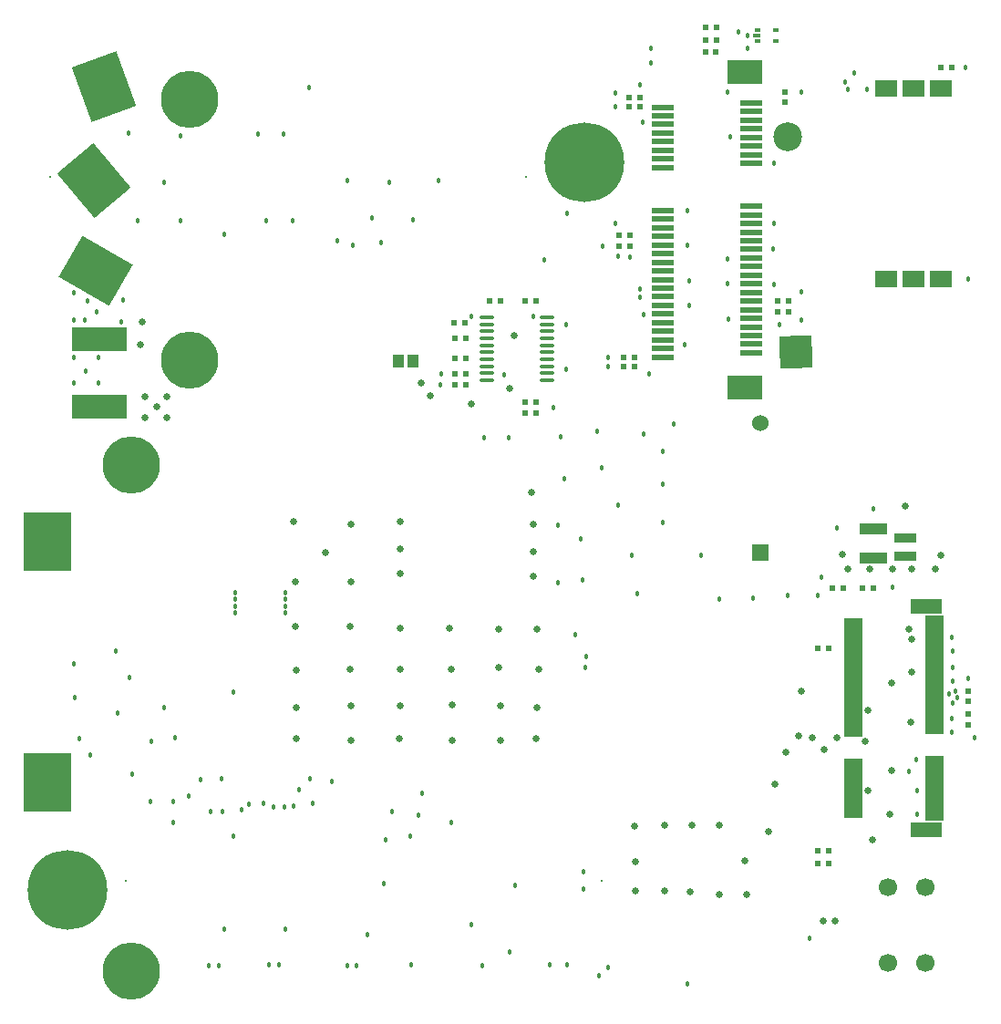
<source format=gbs>
G04 Layer_Color=16711935*
%FSLAX25Y25*%
%MOIN*%
G70*
G01*
G75*
%ADD12R,0.02362X0.02362*%
%ADD13R,0.02362X0.02362*%
%ADD14R,0.02362X0.01968*%
%ADD18O,0.05512X0.01378*%
%ADD20R,0.07874X0.03347*%
%ADD30R,0.03937X0.05118*%
%ADD38R,0.10236X0.04331*%
%ADD56P,0.16703X4X317.0*%
%ADD57C,0.10512*%
%ADD58R,0.06000X0.06000*%
%ADD59C,0.06000*%
%ADD60C,0.06693*%
%ADD61C,0.29134*%
%ADD62C,0.20866*%
%ADD63C,0.00787*%
%ADD64C,0.01800*%
%ADD65C,0.02600*%
%ADD79R,0.12598X0.09055*%
%ADD80R,0.07874X0.02362*%
%ADD81R,0.17323X0.21260*%
G04:AMPARAMS|DCode=82|XSize=212.6mil|YSize=173.23mil|CornerRadius=0mil|HoleSize=0mil|Usage=FLASHONLY|Rotation=110.000|XOffset=0mil|YOffset=0mil|HoleType=Round|Shape=Rectangle|*
%AMROTATEDRECTD82*
4,1,4,0.11775,-0.07026,-0.04503,-0.12951,-0.11775,0.07026,0.04503,0.12951,0.11775,-0.07026,0.0*
%
%ADD82ROTATEDRECTD82*%

G04:AMPARAMS|DCode=83|XSize=212.6mil|YSize=173.23mil|CornerRadius=0mil|HoleSize=0mil|Usage=FLASHONLY|Rotation=150.000|XOffset=0mil|YOffset=0mil|HoleType=Round|Shape=Rectangle|*
%AMROTATEDRECTD83*
4,1,4,0.13537,0.02186,0.04875,-0.12816,-0.13537,-0.02186,-0.04875,0.12816,0.13537,0.02186,0.0*
%
%ADD83ROTATEDRECTD83*%

G04:AMPARAMS|DCode=84|XSize=212.6mil|YSize=173.23mil|CornerRadius=0mil|HoleSize=0mil|Usage=FLASHONLY|Rotation=130.000|XOffset=0mil|YOffset=0mil|HoleType=Round|Shape=Rectangle|*
%AMROTATEDRECTD84*
4,1,4,0.13468,-0.02576,0.00198,-0.13710,-0.13468,0.02576,-0.00198,0.13710,0.13468,-0.02576,0.0*
%
%ADD84ROTATEDRECTD84*%

%ADD85R,0.07874X0.06299*%
%ADD86R,0.01968X0.01772*%
%ADD87R,0.02559X0.01181*%
%ADD88R,0.01968X0.01476*%
%ADD89R,0.20472X0.09055*%
%ADD105R,0.06902X0.01981*%
%ADD106R,0.11627X0.05524*%
D12*
X464000Y238032D02*
D03*
Y241968D02*
D03*
Y246532D02*
D03*
Y250468D02*
D03*
X306000Y352031D02*
D03*
Y355968D02*
D03*
X302000Y352031D02*
D03*
Y355968D02*
D03*
X397000Y469468D02*
D03*
Y465531D02*
D03*
D13*
X368000Y484000D02*
D03*
X371937D02*
D03*
X368032Y488500D02*
D03*
X371969D02*
D03*
X368032Y493000D02*
D03*
X371969D02*
D03*
X409031Y266000D02*
D03*
X412968D02*
D03*
X280469Y362500D02*
D03*
X276532D02*
D03*
X280469Y366500D02*
D03*
X276532D02*
D03*
X280469Y379500D02*
D03*
X276532D02*
D03*
X279969Y385000D02*
D03*
X276031D02*
D03*
X280469Y372000D02*
D03*
X276532D02*
D03*
D14*
X454032Y478500D02*
D03*
X457969D02*
D03*
X425531Y288000D02*
D03*
X429468D02*
D03*
X418469Y288000D02*
D03*
X414532D02*
D03*
X412968Y187500D02*
D03*
X409031D02*
D03*
X412968Y192000D02*
D03*
X409031D02*
D03*
X341968Y372500D02*
D03*
X338032D02*
D03*
X341968Y369000D02*
D03*
X338032D02*
D03*
X394531Y389000D02*
D03*
X398468D02*
D03*
X394531Y393000D02*
D03*
X398468D02*
D03*
X340469Y413000D02*
D03*
X336531D02*
D03*
X340469Y417000D02*
D03*
X336531D02*
D03*
X343969Y464000D02*
D03*
X340032D02*
D03*
X343969Y467500D02*
D03*
X340032D02*
D03*
X293000Y393000D02*
D03*
X289063D02*
D03*
X302031Y393000D02*
D03*
X305968D02*
D03*
D18*
X310024Y387016D02*
D03*
Y384457D02*
D03*
Y381898D02*
D03*
Y379339D02*
D03*
Y376780D02*
D03*
Y374220D02*
D03*
Y371661D02*
D03*
Y369102D02*
D03*
Y366543D02*
D03*
Y363984D02*
D03*
X287976Y387016D02*
D03*
Y384457D02*
D03*
Y381898D02*
D03*
Y379339D02*
D03*
Y376780D02*
D03*
Y374220D02*
D03*
Y371661D02*
D03*
Y369102D02*
D03*
Y366543D02*
D03*
Y363984D02*
D03*
D20*
X441000Y306248D02*
D03*
Y299752D02*
D03*
D30*
X255744Y371000D02*
D03*
X261256D02*
D03*
D38*
X429500Y309815D02*
D03*
Y299185D02*
D03*
D56*
X401000Y374500D02*
D03*
D57*
X398252Y453192D02*
D03*
D58*
X388000Y301000D02*
D03*
D59*
Y348244D02*
D03*
D60*
X448500Y151000D02*
D03*
X434721D02*
D03*
X448500Y178559D02*
D03*
X434721D02*
D03*
D61*
X323709Y443598D02*
D03*
X134732Y177850D02*
D03*
D62*
X179469Y371319D02*
D03*
X158122Y333087D02*
D03*
X179469Y466595D02*
D03*
X158122Y148047D02*
D03*
D63*
X128433Y438480D02*
D03*
X302449D02*
D03*
X330008Y181000D02*
D03*
X155992D02*
D03*
D64*
X158500Y220000D02*
D03*
X137000Y260500D02*
D03*
X137500Y248000D02*
D03*
X157500Y255500D02*
D03*
X170000Y244500D02*
D03*
X195500Y250000D02*
D03*
X174000Y233500D02*
D03*
X139000Y233000D02*
D03*
X143000Y227000D02*
D03*
X153000Y242500D02*
D03*
X165500Y232000D02*
D03*
X152500Y265000D02*
D03*
X191000Y218500D02*
D03*
X223500D02*
D03*
X231500Y217500D02*
D03*
X183500Y218000D02*
D03*
X206500Y209500D02*
D03*
X210000Y208000D02*
D03*
X263000Y205000D02*
D03*
X179000Y212000D02*
D03*
X253500Y206500D02*
D03*
X173500Y210000D02*
D03*
Y202500D02*
D03*
X250500Y180000D02*
D03*
X260500Y150500D02*
D03*
X165000Y210000D02*
D03*
X251000Y196000D02*
D03*
X312500Y354000D02*
D03*
X445000Y225500D02*
D03*
X464000Y255000D02*
D03*
X458000Y270000D02*
D03*
X458500Y265000D02*
D03*
Y259000D02*
D03*
Y254000D02*
D03*
X459500Y250500D02*
D03*
X457000Y249500D02*
D03*
X460000Y248000D02*
D03*
X458500Y246000D02*
D03*
X458000Y240500D02*
D03*
Y235500D02*
D03*
X445500Y214000D02*
D03*
Y205500D02*
D03*
X442500Y221000D02*
D03*
X410500Y292000D02*
D03*
X436500Y288500D02*
D03*
X429500Y317000D02*
D03*
X416000Y310000D02*
D03*
X464000Y401000D02*
D03*
X463000Y478500D02*
D03*
X330500Y413000D02*
D03*
X336000Y409500D02*
D03*
X361500Y413500D02*
D03*
Y426000D02*
D03*
X362000Y400500D02*
D03*
Y391500D02*
D03*
X332500Y372500D02*
D03*
Y369000D02*
D03*
X360500Y377000D02*
D03*
X376500Y386500D02*
D03*
X403000Y396500D02*
D03*
Y386000D02*
D03*
X393000Y399000D02*
D03*
X376000Y399500D02*
D03*
Y408500D02*
D03*
X392870Y411870D02*
D03*
X393000Y421500D02*
D03*
X383500Y490000D02*
D03*
X380000Y491500D02*
D03*
X377000Y453000D02*
D03*
X393000Y443500D02*
D03*
X345000Y458500D02*
D03*
X335000Y464000D02*
D03*
Y469000D02*
D03*
X324500Y263000D02*
D03*
X320500Y271000D02*
D03*
X409000Y285500D02*
D03*
X398000D02*
D03*
X406000Y160000D02*
D03*
X240500Y150000D02*
D03*
X237000Y150000D02*
D03*
X212000Y150500D02*
D03*
X208500D02*
D03*
X190000Y150000D02*
D03*
X186500D02*
D03*
X187000Y206500D02*
D03*
X191500D02*
D03*
X223000Y471000D02*
D03*
X264500Y213000D02*
D03*
X275000Y202500D02*
D03*
X286500Y150000D02*
D03*
X296500Y155063D02*
D03*
X311000Y150500D02*
D03*
X317500D02*
D03*
X361500Y143500D02*
D03*
X298500Y179500D02*
D03*
X282500Y165000D02*
D03*
X260000Y197500D02*
D03*
X160500Y422500D02*
D03*
X170000Y436500D02*
D03*
X207500Y422500D02*
D03*
X217000D02*
D03*
X252500Y436500D02*
D03*
X270500Y437000D02*
D03*
X213866Y453866D02*
D03*
X204500Y454000D02*
D03*
X176071Y453429D02*
D03*
X157000Y454500D02*
D03*
X176000Y422500D02*
D03*
X192000Y417500D02*
D03*
X317500Y425000D02*
D03*
X309000Y408000D02*
D03*
X271500Y366500D02*
D03*
X271000Y362500D02*
D03*
X294500Y366000D02*
D03*
X282500Y387500D02*
D03*
X305000D02*
D03*
X142000Y393000D02*
D03*
X137000Y396000D02*
D03*
Y386000D02*
D03*
X141000D02*
D03*
X145500Y389000D02*
D03*
X155000Y393500D02*
D03*
X154500Y385500D02*
D03*
X141500Y367500D02*
D03*
X146000Y372500D02*
D03*
X137000D02*
D03*
Y363000D02*
D03*
X146000D02*
D03*
X340500Y409000D02*
D03*
X344000Y472000D02*
D03*
X395000Y384500D02*
D03*
X347500Y366500D02*
D03*
X195500Y197500D02*
D03*
X192000Y163500D02*
D03*
X214500D02*
D03*
X244500Y161500D02*
D03*
X324000Y259000D02*
D03*
X366500Y300000D02*
D03*
X341000D02*
D03*
X328500Y345500D02*
D03*
X336000Y318500D02*
D03*
X330000Y332000D02*
D03*
X316500Y328000D02*
D03*
X345500Y344500D02*
D03*
X315000Y343500D02*
D03*
X296000Y343000D02*
D03*
X287000D02*
D03*
X314000Y311000D02*
D03*
X322500Y306000D02*
D03*
X352500Y312000D02*
D03*
Y326000D02*
D03*
Y338000D02*
D03*
X323000Y291000D02*
D03*
X343000Y286000D02*
D03*
X373000Y284000D02*
D03*
X385500Y284500D02*
D03*
X261110Y422610D02*
D03*
X224500Y209500D02*
D03*
X219500Y214500D02*
D03*
X466500Y233500D02*
D03*
X403000Y469500D02*
D03*
X317000Y368000D02*
D03*
Y384500D02*
D03*
X237000Y437000D02*
D03*
X233500Y415000D02*
D03*
X196000Y279000D02*
D03*
X214500D02*
D03*
X246000Y423500D02*
D03*
X196000Y281500D02*
D03*
X214500D02*
D03*
X249500Y414500D02*
D03*
X196000Y284000D02*
D03*
X214500D02*
D03*
X239000Y413500D02*
D03*
X196000Y286500D02*
D03*
X214500D02*
D03*
X323500Y184500D02*
D03*
Y178000D02*
D03*
X329000Y146500D02*
D03*
X332500Y149500D02*
D03*
X314000Y290000D02*
D03*
X356500Y348000D02*
D03*
X217500Y208500D02*
D03*
X214000Y208000D02*
D03*
X201000Y209000D02*
D03*
X198500Y207000D02*
D03*
X335000Y421500D02*
D03*
X348000Y485500D02*
D03*
Y480000D02*
D03*
X345500Y388000D02*
D03*
X376000Y469500D02*
D03*
X422500Y476500D02*
D03*
X419000Y473000D02*
D03*
X383500Y485500D02*
D03*
X427000Y470500D02*
D03*
X420000D02*
D03*
X344000Y394500D02*
D03*
Y397500D02*
D03*
D65*
X415500Y166500D02*
D03*
X411000D02*
D03*
X162000Y385500D02*
D03*
X161500Y377000D02*
D03*
X411500Y229000D02*
D03*
X407000Y233500D02*
D03*
X427500Y243500D02*
D03*
X443500Y269500D02*
D03*
X442500Y273000D02*
D03*
X443500Y257500D02*
D03*
X443000Y239000D02*
D03*
X436000Y253500D02*
D03*
X426500Y232000D02*
D03*
X435500Y205500D02*
D03*
X429000Y196000D02*
D03*
X427500Y214000D02*
D03*
X436000Y221500D02*
D03*
X416000Y233500D02*
D03*
X403000Y250500D02*
D03*
X397500Y228000D02*
D03*
X402000Y234000D02*
D03*
X393500Y216500D02*
D03*
X391000Y199000D02*
D03*
X382500Y188500D02*
D03*
X383000Y176000D02*
D03*
X373000D02*
D03*
Y201500D02*
D03*
X363000D02*
D03*
X362500Y177000D02*
D03*
X353000Y177500D02*
D03*
Y201500D02*
D03*
X342500Y188000D02*
D03*
Y177500D02*
D03*
X342000Y201000D02*
D03*
X306500Y244500D02*
D03*
X306000Y233000D02*
D03*
X293000Y232500D02*
D03*
Y245000D02*
D03*
X275500Y245500D02*
D03*
Y232500D02*
D03*
X256000Y233000D02*
D03*
X256500Y245000D02*
D03*
X238500D02*
D03*
Y232500D02*
D03*
X218500Y233000D02*
D03*
Y244500D02*
D03*
Y258000D02*
D03*
X238000Y258500D02*
D03*
X256500D02*
D03*
X275000D02*
D03*
X292500Y259000D02*
D03*
X307000Y258500D02*
D03*
X306500Y273000D02*
D03*
X292500D02*
D03*
X274500Y273500D02*
D03*
X256500D02*
D03*
X238000Y274000D02*
D03*
X218000D02*
D03*
X229000Y301000D02*
D03*
X238500Y290500D02*
D03*
Y311500D02*
D03*
X218000Y290500D02*
D03*
X217500Y312500D02*
D03*
X267500Y358500D02*
D03*
X264000Y363000D02*
D03*
X298000Y380500D02*
D03*
X296500Y361000D02*
D03*
X282500Y355500D02*
D03*
X304500Y323000D02*
D03*
X305000Y311500D02*
D03*
Y301500D02*
D03*
Y292500D02*
D03*
X256500Y293500D02*
D03*
Y302500D02*
D03*
Y312500D02*
D03*
X163000Y350500D02*
D03*
Y358000D02*
D03*
X167500Y354500D02*
D03*
X452000Y295000D02*
D03*
X443500D02*
D03*
X428000D02*
D03*
X418000Y300500D02*
D03*
X420000Y295000D02*
D03*
X436500D02*
D03*
X454000Y300000D02*
D03*
X441000Y318000D02*
D03*
X171000Y350500D02*
D03*
Y358000D02*
D03*
D79*
X382421Y361280D02*
D03*
Y476634D02*
D03*
D80*
X352500Y372500D02*
D03*
Y397697D02*
D03*
Y394547D02*
D03*
Y391398D02*
D03*
Y388248D02*
D03*
Y385098D02*
D03*
Y381949D02*
D03*
Y378799D02*
D03*
Y375650D02*
D03*
Y422894D02*
D03*
Y419744D02*
D03*
Y416595D02*
D03*
Y413445D02*
D03*
Y410295D02*
D03*
Y407146D02*
D03*
Y403996D02*
D03*
Y400846D02*
D03*
X384784Y374075D02*
D03*
Y377224D02*
D03*
Y402421D02*
D03*
Y399272D02*
D03*
Y396122D02*
D03*
Y392972D02*
D03*
Y389823D02*
D03*
Y386673D02*
D03*
Y383524D02*
D03*
Y380374D02*
D03*
Y427618D02*
D03*
Y424469D02*
D03*
Y421319D02*
D03*
Y418169D02*
D03*
Y415020D02*
D03*
Y411870D02*
D03*
Y408720D02*
D03*
Y405571D02*
D03*
X352500Y426043D02*
D03*
Y441791D02*
D03*
Y444941D02*
D03*
Y448091D02*
D03*
Y451240D02*
D03*
Y454390D02*
D03*
Y457539D02*
D03*
Y460689D02*
D03*
X384784Y443366D02*
D03*
Y446516D02*
D03*
Y449665D02*
D03*
Y452815D02*
D03*
Y455965D02*
D03*
Y459114D02*
D03*
Y462264D02*
D03*
X352500Y463839D02*
D03*
X384784Y465413D02*
D03*
D81*
X127500Y305000D02*
D03*
Y217000D02*
D03*
D82*
X148000Y471500D02*
D03*
D83*
X145000Y404000D02*
D03*
D84*
X144500Y437000D02*
D03*
D85*
X454000Y470685D02*
D03*
X444000D02*
D03*
X434000D02*
D03*
X454000Y401000D02*
D03*
X444000D02*
D03*
X434000D02*
D03*
D86*
X393693Y491937D02*
D03*
Y488000D02*
D03*
D87*
X386705Y489968D02*
D03*
D88*
X387000Y491937D02*
D03*
Y488000D02*
D03*
D89*
X146500Y378909D02*
D03*
Y354500D02*
D03*
D105*
X451724Y204150D02*
D03*
Y206118D02*
D03*
Y208087D02*
D03*
Y210055D02*
D03*
Y217929D02*
D03*
Y215961D02*
D03*
Y213992D02*
D03*
Y212024D02*
D03*
Y225803D02*
D03*
Y223835D02*
D03*
Y221866D02*
D03*
Y219898D02*
D03*
Y241551D02*
D03*
Y239583D02*
D03*
Y237614D02*
D03*
Y235646D02*
D03*
Y259268D02*
D03*
Y261236D02*
D03*
Y263205D02*
D03*
Y265173D02*
D03*
Y251394D02*
D03*
Y253362D02*
D03*
Y255331D02*
D03*
Y257299D02*
D03*
Y249425D02*
D03*
Y247457D02*
D03*
Y245488D02*
D03*
Y243520D02*
D03*
Y267142D02*
D03*
Y269110D02*
D03*
Y276984D02*
D03*
Y275016D02*
D03*
Y273047D02*
D03*
Y271079D02*
D03*
X422000Y205134D02*
D03*
Y207102D02*
D03*
Y209071D02*
D03*
Y211039D02*
D03*
Y213008D02*
D03*
Y214976D02*
D03*
Y224819D02*
D03*
Y222850D02*
D03*
Y220882D02*
D03*
Y218913D02*
D03*
Y216945D02*
D03*
Y252378D02*
D03*
Y250410D02*
D03*
Y248441D02*
D03*
Y246472D02*
D03*
Y244504D02*
D03*
Y242535D02*
D03*
Y240567D02*
D03*
Y238598D02*
D03*
Y236630D02*
D03*
Y234661D02*
D03*
Y262221D02*
D03*
Y260252D02*
D03*
Y258283D02*
D03*
Y256315D02*
D03*
Y254346D02*
D03*
Y272063D02*
D03*
Y270094D02*
D03*
Y268126D02*
D03*
Y266158D02*
D03*
Y264189D02*
D03*
Y276000D02*
D03*
Y274031D02*
D03*
D106*
X448673Y199819D02*
D03*
Y281315D02*
D03*
M02*

</source>
